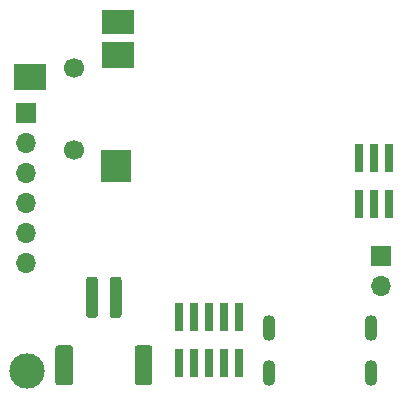
<source format=gbs>
G04 #@! TF.GenerationSoftware,KiCad,Pcbnew,(5.1.8)-1*
G04 #@! TF.CreationDate,2021-01-25T23:00:58-08:00*
G04 #@! TF.ProjectId,audioboard,61756469-6f62-46f6-9172-642e6b696361,rev?*
G04 #@! TF.SameCoordinates,Original*
G04 #@! TF.FileFunction,Soldermask,Bot*
G04 #@! TF.FilePolarity,Negative*
%FSLAX46Y46*%
G04 Gerber Fmt 4.6, Leading zero omitted, Abs format (unit mm)*
G04 Created by KiCad (PCBNEW (5.1.8)-1) date 2021-01-25 23:00:58*
%MOMM*%
%LPD*%
G01*
G04 APERTURE LIST*
%ADD10O,1.100000X2.200000*%
%ADD11C,3.000000*%
%ADD12O,1.700000X1.700000*%
%ADD13R,1.700000X1.700000*%
%ADD14R,0.740000X2.400000*%
%ADD15C,1.700000*%
%ADD16R,2.800000X2.200000*%
%ADD17R,2.600000X2.800000*%
%ADD18R,2.800000X2.000000*%
G04 APERTURE END LIST*
D10*
X195578000Y-94996000D03*
X204218000Y-94996000D03*
X195578000Y-98796000D03*
X204218000Y-98796000D03*
D11*
X175133000Y-98679000D03*
D12*
X205105000Y-91440000D03*
D13*
X205105000Y-88900000D03*
D14*
X205740000Y-84500000D03*
X205740000Y-80600000D03*
X204470000Y-84500000D03*
X204470000Y-80600000D03*
X203200000Y-84500000D03*
X203200000Y-80600000D03*
X187960000Y-94062000D03*
X187960000Y-97962000D03*
X189230000Y-94062000D03*
X189230000Y-97962000D03*
X190500000Y-94062000D03*
X190500000Y-97962000D03*
X191770000Y-94062000D03*
X191770000Y-97962000D03*
X193040000Y-94062000D03*
X193040000Y-97962000D03*
D15*
X179070000Y-79950000D03*
X179070000Y-72950000D03*
D16*
X182770000Y-71850000D03*
X175370000Y-73750000D03*
D17*
X182670000Y-81250000D03*
D18*
X182770000Y-69050000D03*
D12*
X175006000Y-89535000D03*
X175006000Y-86995000D03*
X175006000Y-84455000D03*
X175006000Y-81915000D03*
X175006000Y-79375000D03*
D13*
X175006000Y-76835000D03*
G36*
G01*
X179010000Y-96700000D02*
X179010000Y-99600000D01*
G75*
G02*
X178760000Y-99850000I-250000J0D01*
G01*
X177760000Y-99850000D01*
G75*
G02*
X177510000Y-99600000I0J250000D01*
G01*
X177510000Y-96700000D01*
G75*
G02*
X177760000Y-96450000I250000J0D01*
G01*
X178760000Y-96450000D01*
G75*
G02*
X179010000Y-96700000I0J-250000D01*
G01*
G37*
G36*
G01*
X185710000Y-96700000D02*
X185710000Y-99600000D01*
G75*
G02*
X185460000Y-99850000I-250000J0D01*
G01*
X184460000Y-99850000D01*
G75*
G02*
X184210000Y-99600000I0J250000D01*
G01*
X184210000Y-96700000D01*
G75*
G02*
X184460000Y-96450000I250000J0D01*
G01*
X185460000Y-96450000D01*
G75*
G02*
X185710000Y-96700000I0J-250000D01*
G01*
G37*
G36*
G01*
X181110000Y-90900000D02*
X181110000Y-93900000D01*
G75*
G02*
X180860000Y-94150000I-250000J0D01*
G01*
X180360000Y-94150000D01*
G75*
G02*
X180110000Y-93900000I0J250000D01*
G01*
X180110000Y-90900000D01*
G75*
G02*
X180360000Y-90650000I250000J0D01*
G01*
X180860000Y-90650000D01*
G75*
G02*
X181110000Y-90900000I0J-250000D01*
G01*
G37*
G36*
G01*
X183110000Y-90900000D02*
X183110000Y-93900000D01*
G75*
G02*
X182860000Y-94150000I-250000J0D01*
G01*
X182360000Y-94150000D01*
G75*
G02*
X182110000Y-93900000I0J250000D01*
G01*
X182110000Y-90900000D01*
G75*
G02*
X182360000Y-90650000I250000J0D01*
G01*
X182860000Y-90650000D01*
G75*
G02*
X183110000Y-90900000I0J-250000D01*
G01*
G37*
M02*

</source>
